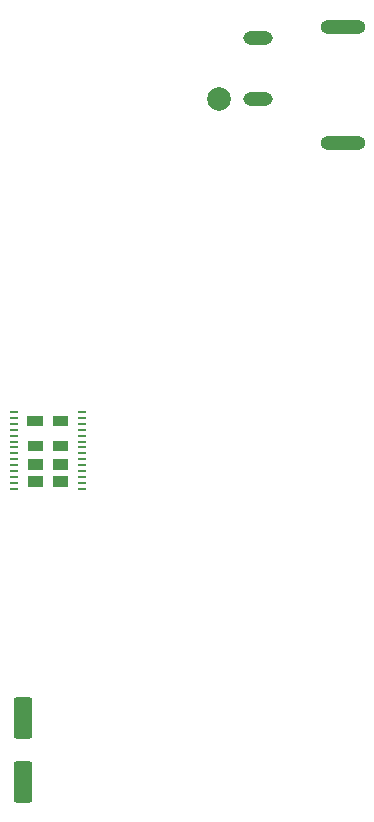
<source format=gbr>
%TF.GenerationSoftware,KiCad,Pcbnew,7.0.1*%
%TF.CreationDate,2023-10-06T09:11:46+02:00*%
%TF.ProjectId,NerdAxe_ultra,4e657264-4178-4655-9f75-6c7472612e6b,rev?*%
%TF.SameCoordinates,Original*%
%TF.FileFunction,Paste,Bot*%
%TF.FilePolarity,Positive*%
%FSLAX46Y46*%
G04 Gerber Fmt 4.6, Leading zero omitted, Abs format (unit mm)*
G04 Created by KiCad (PCBNEW 7.0.1) date 2023-10-06 09:11:46*
%MOMM*%
%LPD*%
G01*
G04 APERTURE LIST*
G04 Aperture macros list*
%AMRoundRect*
0 Rectangle with rounded corners*
0 $1 Rounding radius*
0 $2 $3 $4 $5 $6 $7 $8 $9 X,Y pos of 4 corners*
0 Add a 4 corners polygon primitive as box body*
4,1,4,$2,$3,$4,$5,$6,$7,$8,$9,$2,$3,0*
0 Add four circle primitives for the rounded corners*
1,1,$1+$1,$2,$3*
1,1,$1+$1,$4,$5*
1,1,$1+$1,$6,$7*
1,1,$1+$1,$8,$9*
0 Add four rect primitives between the rounded corners*
20,1,$1+$1,$2,$3,$4,$5,0*
20,1,$1+$1,$4,$5,$6,$7,0*
20,1,$1+$1,$6,$7,$8,$9,0*
20,1,$1+$1,$8,$9,$2,$3,0*%
G04 Aperture macros list end*
%ADD10C,0.001000*%
%ADD11O,3.800000X1.200000*%
%ADD12O,2.500000X1.200000*%
%ADD13C,2.000000*%
%ADD14R,0.792000X0.221000*%
%ADD15RoundRect,0.250000X-0.550000X1.500000X-0.550000X-1.500000X0.550000X-1.500000X0.550000X1.500000X0*%
G04 APERTURE END LIST*
D10*
%TO.C,U14*%
X107242000Y-118273000D02*
X106042000Y-118273000D01*
X106042000Y-118273000D02*
X106042000Y-119063000D01*
X106042000Y-119063000D02*
X107242000Y-119063000D01*
X107242000Y-119063000D02*
X107242000Y-118273000D01*
G36*
X107242000Y-118273000D02*
G01*
X106042000Y-118273000D01*
X106042000Y-119063000D01*
X107242000Y-119063000D01*
X107242000Y-118273000D01*
G37*
X107242000Y-115243000D02*
X106042000Y-115243000D01*
X106042000Y-115243000D02*
X106042000Y-116033000D01*
X106042000Y-116033000D02*
X107242000Y-116033000D01*
X107242000Y-116033000D02*
X107242000Y-115243000D01*
G36*
X107242000Y-115243000D02*
G01*
X106042000Y-115243000D01*
X106042000Y-116033000D01*
X107242000Y-116033000D01*
X107242000Y-115243000D01*
G37*
X107222000Y-116833000D02*
X106022000Y-116833000D01*
X106022000Y-116833000D02*
X106022000Y-117623000D01*
X106022000Y-117623000D02*
X107222000Y-117623000D01*
X107222000Y-117623000D02*
X107222000Y-116833000D01*
G36*
X107222000Y-116833000D02*
G01*
X106022000Y-116833000D01*
X106022000Y-117623000D01*
X107222000Y-117623000D01*
X107222000Y-116833000D01*
G37*
X107192000Y-113163000D02*
X105992000Y-113163000D01*
X105992000Y-113163000D02*
X105992000Y-113953000D01*
X105992000Y-113953000D02*
X107192000Y-113953000D01*
X107192000Y-113953000D02*
X107192000Y-113163000D01*
G36*
X107192000Y-113163000D02*
G01*
X105992000Y-113163000D01*
X105992000Y-113953000D01*
X107192000Y-113953000D01*
X107192000Y-113163000D01*
G37*
X105112000Y-118268000D02*
X103912000Y-118268000D01*
X103912000Y-118268000D02*
X103912000Y-119058000D01*
X103912000Y-119058000D02*
X105112000Y-119058000D01*
X105112000Y-119058000D02*
X105112000Y-118268000D01*
G36*
X105112000Y-118268000D02*
G01*
X103912000Y-118268000D01*
X103912000Y-119058000D01*
X105112000Y-119058000D01*
X105112000Y-118268000D01*
G37*
X105112000Y-115238000D02*
X103912000Y-115238000D01*
X103912000Y-115238000D02*
X103912000Y-116028000D01*
X103912000Y-116028000D02*
X105112000Y-116028000D01*
X105112000Y-116028000D02*
X105112000Y-115238000D01*
G36*
X105112000Y-115238000D02*
G01*
X103912000Y-115238000D01*
X103912000Y-116028000D01*
X105112000Y-116028000D01*
X105112000Y-115238000D01*
G37*
X105092000Y-116828000D02*
X103892000Y-116828000D01*
X103892000Y-116828000D02*
X103892000Y-117618000D01*
X103892000Y-117618000D02*
X105092000Y-117618000D01*
X105092000Y-117618000D02*
X105092000Y-116828000D01*
G36*
X105092000Y-116828000D02*
G01*
X103892000Y-116828000D01*
X103892000Y-117618000D01*
X105092000Y-117618000D01*
X105092000Y-116828000D01*
G37*
X105062000Y-113158000D02*
X103862000Y-113158000D01*
X103862000Y-113158000D02*
X103862000Y-113948000D01*
X103862000Y-113948000D02*
X105062000Y-113948000D01*
X105062000Y-113948000D02*
X105062000Y-113158000D01*
G36*
X105062000Y-113158000D02*
G01*
X103862000Y-113158000D01*
X103862000Y-113948000D01*
X105062000Y-113948000D01*
X105062000Y-113158000D01*
G37*
%TD*%
D11*
%TO.C,DC1*%
X130569000Y-80206000D03*
D12*
X123359000Y-81136000D03*
X123359000Y-86336000D03*
D13*
X120109000Y-86336000D03*
D11*
X130569000Y-90066000D03*
%TD*%
D14*
%TO.C,U14*%
X108528000Y-112805000D03*
X108528000Y-113307000D03*
X108528000Y-113809000D03*
X108528000Y-114311000D03*
X108528000Y-114813000D03*
X108528000Y-115315000D03*
X108528000Y-115817000D03*
X108528000Y-116319000D03*
X108528000Y-116821000D03*
X108528000Y-117323000D03*
X108528000Y-117825000D03*
X108528000Y-118327000D03*
X108528000Y-118829000D03*
X108528000Y-119331000D03*
X102696000Y-119318000D03*
X102696000Y-118818000D03*
X102696000Y-118318000D03*
X102696000Y-117818000D03*
X102696000Y-117318000D03*
X102696000Y-116821000D03*
X102696000Y-116318000D03*
X102696000Y-115817000D03*
X102696000Y-115315000D03*
X102696000Y-114813000D03*
X102696000Y-114311000D03*
X102696000Y-113818000D03*
X102696000Y-113307000D03*
X102696000Y-112818000D03*
%TD*%
D15*
%TO.C,C28*%
X103490000Y-138720000D03*
X103490000Y-144120000D03*
%TD*%
M02*

</source>
